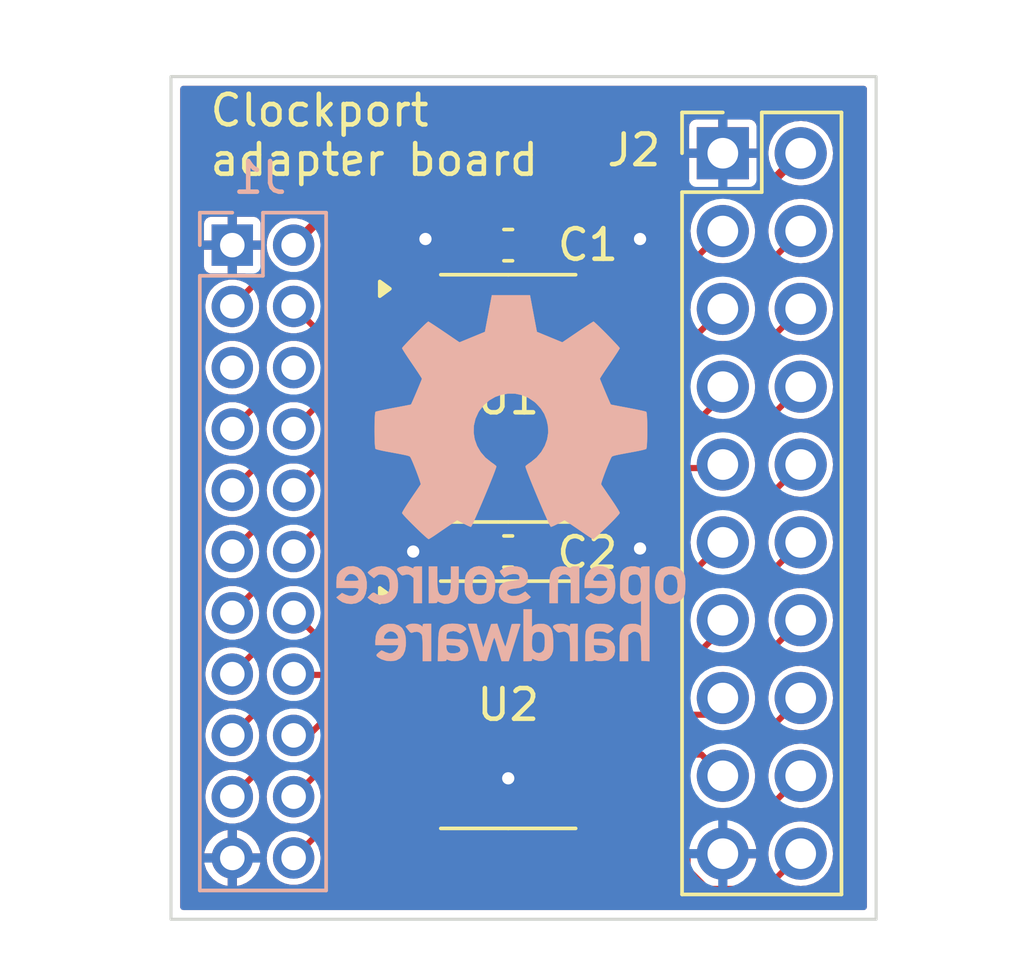
<source format=kicad_pcb>
(kicad_pcb (version 20240108) (generator "pcbnew") (generator_version "8.0")
  (layers (0 "F.Cu" signal) (31 "B.Cu" signal) (34 "B.Paste" user) (35 "F.Paste" user) (36 "B.SilkS" user "B.Silkscreen") (37 "F.SilkS" user "F.Silkscreen") (38 "B.Mask" user) (39 "F.Mask" user) (44 "Edge.Cuts" user))
  (net 0 "")
  (net 1 "GND")
  (net 2 "5V_D7")
  (net 3 "5V_D6")
  (net 4 "5V_D5")
  (net 5 "5V_D4")
  (net 6 "5V_D3")
  (net 7 "5V_D2")
  (net 8 "5V_D1")
  (net 9 "5V_D0")
  (net 10 "+5V")
  (net 12 "5V_A3")
  (net 13 "5V_INT6")
  (net 14 "5V_SPARE_CS")
  (net 15 "5V_IORD")
  (net 16 "5V_IOWR")
  (net 17 "5V_A2")
  (net 18 "5V_A1")
  (net 19 "5V_A0")
  (net 20 "5V_RESET")
  (net 22 "INT6")
  (net 23 "SPARE_CS")
  (net 24 "IORD")
  (net 25 "IOWR")
  (net 26 "A3")
  (net 27 "A2")
  (net 28 "A1")
  (net 29 "A0")
  (net 30 "D7")
  (net 31 "D6")
  (net 32 "D5")
  (net 33 "D4")
  (net 34 "D3")
  (net 35 "D2")
  (net 36 "D1")
  (net 37 "D0")
  (net 38 "RESET")
  (footprint "Capacitor_SMD:C_0603_1608Metric" (layer "F.Cu") (at 109 110 180)
    (property "Reference" "C2" (at -2.58 -0.04 0) (layer "F.SilkS"))
    (property "Value" "0.1u")
    (pad "1" smd roundrect (at -0.775 0 180) (size 0.9 0.95) (layers "F.Cu" "F.Paste" "F.Mask") (net 10 "+5V"))
    (pad "2" smd roundrect (at 0.775 0 180) (size 0.9 0.95) (layers "F.Cu" "F.Paste" "F.Mask") (net 1 "GND"))
  )
  (footprint "Connector_PinHeader_2.54mm:PinHeader_2x10_P2.54mm_Vertical" (layer "F.Cu") (at 116 97)
    (property "Reference" "J2" (at -2.9 -0.1 0) (layer "F.SilkS"))
    (property "Value" "Conn_02x10_Odd_Even")
    (pad "1" thru_hole rect (at 0 0) (size 1.7 1.7) (drill 1) (layers "*.Cu" "*.Mask") (net 1 "GND"))
    (pad "2" thru_hole oval (at 2.54 0) (size 1.7 1.7) (drill 1) (layers "*.Cu" "*.Mask") (net 10 "+5V"))
    (pad "3" thru_hole oval (at 0 2.54) (size 1.7 1.7) (drill 1) (layers "*.Cu" "*.Mask") (net 22 "INT6"))
    (pad "4" thru_hole oval (at 2.54 2.54) (size 1.7 1.7) (drill 1) (layers "*.Cu" "*.Mask") (net 23 "SPARE_CS"))
    (pad "5" thru_hole oval (at 0 5.08) (size 1.7 1.7) (drill 1) (layers "*.Cu" "*.Mask") (net 24 "IORD"))
    (pad "6" thru_hole oval (at 2.54 5.08) (size 1.7 1.7) (drill 1) (layers "*.Cu" "*.Mask") (net 25 "IOWR"))
    (pad "7" thru_hole oval (at 0 7.62) (size 1.7 1.7) (drill 1) (layers "*.Cu" "*.Mask") (net 26 "A3"))
    (pad "8" thru_hole oval (at 2.54 7.62) (size 1.7 1.7) (drill 1) (layers "*.Cu" "*.Mask") (net 27 "A2"))
    (pad "9" thru_hole oval (at 0 10.16) (size 1.7 1.7) (drill 1) (layers "*.Cu" "*.Mask") (net 28 "A1"))
    (pad "10" thru_hole oval (at 2.54 10.16) (size 1.7 1.7) (drill 1) (layers "*.Cu" "*.Mask") (net 29 "A0"))
    (pad "11" thru_hole oval (at 0 12.7) (size 1.7 1.7) (drill 1) (layers "*.Cu" "*.Mask") (net 30 "D7"))
    (pad "12" thru_hole oval (at 2.54 12.7) (size 1.7 1.7) (drill 1) (layers "*.Cu" "*.Mask") (net 31 "D6"))
    (pad "13" thru_hole oval (at 0 15.24) (size 1.7 1.7) (drill 1) (layers "*.Cu" "*.Mask") (net 32 "D5"))
    (pad "14" thru_hole oval (at 2.54 15.24) (size 1.7 1.7) (drill 1) (layers "*.Cu" "*.Mask") (net 33 "D4"))
    (pad "15" thru_hole oval (at 0 17.78) (size 1.7 1.7) (drill 1) (layers "*.Cu" "*.Mask") (net 34 "D3"))
    (pad "16" thru_hole oval (at 2.54 17.78) (size 1.7 1.7) (drill 1) (layers "*.Cu" "*.Mask") (net 35 "D2"))
    (pad "17" thru_hole oval (at 0 20.32) (size 1.7 1.7) (drill 1) (layers "*.Cu" "*.Mask") (net 36 "D1"))
    (pad "18" thru_hole oval (at 2.54 20.32) (size 1.7 1.7) (drill 1) (layers "*.Cu" "*.Mask") (net 37 "D0"))
    (pad "19" thru_hole oval (at 0 22.86) (size 1.7 1.7) (drill 1) (layers "*.Cu" "*.Mask") (net 1 "GND"))
    (pad "20" thru_hole oval (at 2.54 22.86) (size 1.7 1.7) (drill 1) (layers "*.Cu" "*.Mask") (net 38 "RESET"))
  )
  (footprint "Package_SO:TSSOP-24_4.4x7.8mm_P0.65mm" (layer "F.Cu") (at 109 115)
    (property "Reference" "U2" (at 0 0 0) (layer "F.SilkS"))
    (property "Value" "74CBTD3861")
    (pad "1" smd roundrect (at -2.8625 -3.575) (size 1.475 0.4) (layers "F.Cu" "F.Paste" "F.Mask"))
    (pad "2" smd roundrect (at -2.8625 -2.925) (size 1.475 0.4) (layers "F.Cu" "F.Paste" "F.Mask") (net 2 "5V_D7"))
    (pad "3" smd roundrect (at -2.8625 -2.275) (size 1.475 0.4) (layers "F.Cu" "F.Paste" "F.Mask") (net 3 "5V_D6"))
    (pad "4" smd roundrect (at -2.8625 -1.625) (size 1.475 0.4) (layers "F.Cu" "F.Paste" "F.Mask") (net 4 "5V_D5"))
    (pad "5" smd roundrect (at -2.8625 -0.975) (size 1.475 0.4) (layers "F.Cu" "F.Paste" "F.Mask") (net 5 "5V_D4"))
    (pad "6" smd roundrect (at -2.8625 -0.325) (size 1.475 0.4) (layers "F.Cu" "F.Paste" "F.Mask") (net 6 "5V_D3"))
    (pad "7" smd roundrect (at -2.8625 0.325) (size 1.475 0.4) (layers "F.Cu" "F.Paste" "F.Mask") (net 7 "5V_D2"))
    (pad "8" smd roundrect (at -2.8625 0.975) (size 1.475 0.4) (layers "F.Cu" "F.Paste" "F.Mask") (net 8 "5V_D1"))
    (pad "9" smd roundrect (at -2.8625 1.625) (size 1.475 0.4) (layers "F.Cu" "F.Paste" "F.Mask") (net 9 "5V_D0"))
    (pad "10" smd roundrect (at -2.8625 2.275) (size 1.475 0.4) (layers "F.Cu" "F.Paste" "F.Mask") (net 20 "5V_RESET"))
    (pad "11" smd roundrect (at -2.8625 2.925) (size 1.475 0.4) (layers "F.Cu" "F.Paste" "F.Mask"))
    (pad "12" smd roundrect (at -2.8625 3.575) (size 1.475 0.4) (layers "F.Cu" "F.Paste" "F.Mask") (net 1 "GND"))
    (pad "13" smd roundrect (at 2.8625 3.575) (size 1.475 0.4) (layers "F.Cu" "F.Paste" "F.Mask"))
    (pad "14" smd roundrect (at 2.8625 2.925) (size 1.475 0.4) (layers "F.Cu" "F.Paste" "F.Mask") (net 38 "RESET"))
    (pad "15" smd roundrect (at 2.8625 2.275) (size 1.475 0.4) (layers "F.Cu" "F.Paste" "F.Mask") (net 37 "D0"))
    (pad "16" smd roundrect (at 2.8625 1.625) (size 1.475 0.4) (layers "F.Cu" "F.Paste" "F.Mask") (net 36 "D1"))
    (pad "17" smd roundrect (at 2.8625 0.975) (size 1.475 0.4) (layers "F.Cu" "F.Paste" "F.Mask") (net 35 "D2"))
    (pad "18" smd roundrect (at 2.8625 0.325) (size 1.475 0.4) (layers "F.Cu" "F.Paste" "F.Mask") (net 34 "D3"))
    (pad "19" smd roundrect (at 2.8625 -0.325) (size 1.475 0.4) (layers "F.Cu" "F.Paste" "F.Mask") (net 33 "D4"))
    (pad "20" smd roundrect (at 2.8625 -0.975) (size 1.475 0.4) (layers "F.Cu" "F.Paste" "F.Mask") (net 32 "D5"))
    (pad "21" smd roundrect (at 2.8625 -1.625) (size 1.475 0.4) (layers "F.Cu" "F.Paste" "F.Mask") (net 31 "D6"))
    (pad "22" smd roundrect (at 2.8625 -2.275) (size 1.475 0.4) (layers "F.Cu" "F.Paste" "F.Mask") (net 30 "D7"))
    (pad "23" smd roundrect (at 2.8625 -2.925) (size 1.475 0.4) (layers "F.Cu" "F.Paste" "F.Mask") (net 1 "GND"))
    (pad "24" smd roundrect (at 2.8625 -3.575) (size 1.475 0.4) (layers "F.Cu" "F.Paste" "F.Mask") (net 10 "+5V"))
  )
  (footprint "Package_SO:TSSOP-24_4.4x7.8mm_P0.65mm" (layer "F.Cu") (at 109 105)
    (property "Reference" "U1" (at 0 0 0) (layer "F.SilkS"))
    (property "Value" "74CBTD3861")
    (pad "1" smd roundrect (at -2.8625 -3.575) (size 1.475 0.4) (layers "F.Cu" "F.Paste" "F.Mask"))
    (pad "2" smd roundrect (at -2.8625 -2.925) (size 1.475 0.4) (layers "F.Cu" "F.Paste" "F.Mask"))
    (pad "3" smd roundrect (at -2.8625 -2.275) (size 1.475 0.4) (layers "F.Cu" "F.Paste" "F.Mask") (net 13 "5V_INT6"))
    (pad "4" smd roundrect (at -2.8625 -1.625) (size 1.475 0.4) (layers "F.Cu" "F.Paste" "F.Mask") (net 14 "5V_SPARE_CS"))
    (pad "5" smd roundrect (at -2.8625 -0.975) (size 1.475 0.4) (layers "F.Cu" "F.Paste" "F.Mask") (net 15 "5V_IORD"))
    (pad "6" smd roundrect (at -2.8625 -0.325) (size 1.475 0.4) (layers "F.Cu" "F.Paste" "F.Mask") (net 16 "5V_IOWR"))
    (pad "7" smd roundrect (at -2.8625 0.325) (size 1.475 0.4) (layers "F.Cu" "F.Paste" "F.Mask") (net 12 "5V_A3"))
    (pad "8" smd roundrect (at -2.8625 0.975) (size 1.475 0.4) (layers "F.Cu" "F.Paste" "F.Mask") (net 17 "5V_A2"))
    (pad "9" smd roundrect (at -2.8625 1.625) (size 1.475 0.4) (layers "F.Cu" "F.Paste" "F.Mask") (net 18 "5V_A1"))
    (pad "10" smd roundrect (at -2.8625 2.275) (size 1.475 0.4) (layers "F.Cu" "F.Paste" "F.Mask") (net 19 "5V_A0"))
    (pad "11" smd roundrect (at -2.8625 2.925) (size 1.475 0.4) (layers "F.Cu" "F.Paste" "F.Mask"))
    (pad "12" smd roundrect (at -2.8625 3.575) (size 1.475 0.4) (layers "F.Cu" "F.Paste" "F.Mask") (net 1 "GND"))
    (pad "13" smd roundrect (at 2.8625 3.575) (size 1.475 0.4) (layers "F.Cu" "F.Paste" "F.Mask"))
    (pad "14" smd roundrect (at 2.8625 2.925) (size 1.475 0.4) (layers "F.Cu" "F.Paste" "F.Mask") (net 29 "A0"))
    (pad "15" smd roundrect (at 2.8625 2.275) (size 1.475 0.4) (layers "F.Cu" "F.Paste" "F.Mask") (net 28 "A1"))
    (pad "16" smd roundrect (at 2.8625 1.625) (size 1.475 0.4) (layers "F.Cu" "F.Paste" "F.Mask") (net 27 "A2"))
    (pad "17" smd roundrect (at 2.8625 0.975) (size 1.475 0.4) (layers "F.Cu" "F.Paste" "F.Mask") (net 26 "A3"))
    (pad "18" smd roundrect (at 2.8625 0.325) (size 1.475 0.4) (layers "F.Cu" "F.Paste" "F.Mask") (net 25 "IOWR"))
    (pad "19" smd roundrect (at 2.8625 -0.325) (size 1.475 0.4) (layers "F.Cu" "F.Paste" "F.Mask") (net 24 "IORD"))
    (pad "20" smd roundrect (at 2.8625 -0.975) (size 1.475 0.4) (layers "F.Cu" "F.Paste" "F.Mask") (net 23 "SPARE_CS"))
    (pad "21" smd roundrect (at 2.8625 -1.625) (size 1.475 0.4) (layers "F.Cu" "F.Paste" "F.Mask") (net 22 "INT6"))
    (pad "22" smd roundrect (at 2.8625 -2.275) (size 1.475 0.4) (layers "F.Cu" "F.Paste" "F.Mask"))
    (pad "23" smd roundrect (at 2.8625 -2.925) (size 1.475 0.4) (layers "F.Cu" "F.Paste" "F.Mask") (net 1 "GND"))
    (pad "24" smd roundrect (at 2.8625 -3.575) (size 1.475 0.4) (layers "F.Cu" "F.Paste" "F.Mask") (net 10 "+5V"))
  )
  (footprint "Capacitor_SMD:C_0603_1608Metric" (layer "F.Cu") (at 109 100 180)
    (property "Reference" "C1" (at -2.6 0.01 0) (layer "F.SilkS"))
    (property "Value" "0.1u")
    (pad "1" smd roundrect (at -0.775 0 180) (size 0.9 0.95) (layers "F.Cu" "F.Paste" "F.Mask") (net 10 "+5V"))
    (pad "2" smd roundrect (at 0.775 0 180) (size 0.9 0.95) (layers "F.Cu" "F.Paste" "F.Mask") (net 1 "GND"))
  )
  (footprint "Symbol:OSHW-Logo_11.4x12mm_SilkScreen" (layer "B.Cu") (at 109.1 107.6 180)
    (property "Reference" "REF**" (hide yes))
    (property "Value" "OSHW-Logo_11.4x12mm_SilkScreen" (hide yes))
  )
  (footprint "Connector_PinSocket_2.00mm:PinSocket_2x11_P2.00mm_Vertical" (layer "B.Cu") (at 100 100 180)
    (property "Reference" "J1" (at -0.9 2.2 0) (layer "B.SilkS") (effects (justify mirror)))
    (property "Value" "Conn_02x11_Odd_Even")
    (pad "1" thru_hole rect (at 0 0 180) (size 1.35 1.35) (drill 0.8) (layers "*.Cu" "*.Mask") (net 1 "GND"))
    (pad "2" thru_hole oval (at -2 0 180) (size 1.35 1.35) (drill 0.8) (layers "*.Cu" "*.Mask") (net 10 "+5V"))
    (pad "3" thru_hole oval (at 0 -2 180) (size 1.35 1.35) (drill 0.8) (layers "*.Cu" "*.Mask") (net 13 "5V_INT6"))
    (pad "4" thru_hole oval (at -2 -2 180) (size 1.35 1.35) (drill 0.8) (layers "*.Cu" "*.Mask") (net 14 "5V_SPARE_CS"))
    (pad "5" thru_hole oval (at 0 -4 180) (size 1.35 1.35) (drill 0.8) (layers "*.Cu" "*.Mask"))
    (pad "6" thru_hole oval (at -2 -4 180) (size 1.35 1.35) (drill 0.8) (layers "*.Cu" "*.Mask"))
    (pad "7" thru_hole oval (at 0 -6 180) (size 1.35 1.35) (drill 0.8) (layers "*.Cu" "*.Mask") (net 15 "5V_IORD"))
    (pad "8" thru_hole oval (at -2 -6 180) (size 1.35 1.35) (drill 0.8) (layers "*.Cu" "*.Mask") (net 16 "5V_IOWR"))
    (pad "9" thru_hole oval (at 0 -8 180) (size 1.35 1.35) (drill 0.8) (layers "*.Cu" "*.Mask") (net 12 "5V_A3"))
    (pad "10" thru_hole oval (at -2 -8 180) (size 1.35 1.35) (drill 0.8) (layers "*.Cu" "*.Mask") (net 17 "5V_A2"))
    (pad "11" thru_hole oval (at 0 -10 180) (size 1.35 1.35) (drill 0.8) (layers "*.Cu" "*.Mask") (net 18 "5V_A1"))
    (pad "12" thru_hole oval (at -2 -10 180) (size 1.35 1.35) (drill 0.8) (layers "*.Cu" "*.Mask") (net 19 "5V_A0"))
    (pad "13" thru_hole oval (at 0 -12 180) (size 1.35 1.35) (drill 0.8) (layers "*.Cu" "*.Mask") (net 2 "5V_D7"))
    (pad "14" thru_hole oval (at -2 -12 180) (size 1.35 1.35) (drill 0.8) (layers "*.Cu" "*.Mask") (net 3 "5V_D6"))
    (pad "15" thru_hole oval (at 0 -14 180) (size 1.35 1.35) (drill 0.8) (layers "*.Cu" "*.Mask") (net 4 "5V_D5"))
    (pad "16" thru_hole oval (at -2 -14 180) (size 1.35 1.35) (drill 0.8) (layers "*.Cu" "*.Mask") (net 5 "5V_D4"))
    (pad "17" thru_hole oval (at 0 -16 180) (size 1.35 1.35) (drill 0.8) (layers "*.Cu" "*.Mask") (net 6 "5V_D3"))
    (pad "18" thru_hole oval (at -2 -16 180) (size 1.35 1.35) (drill 0.8) (layers "*.Cu" "*.Mask") (net 7 "5V_D2"))
    (pad "19" thru_hole oval (at 0 -18 180) (size 1.35 1.35) (drill 0.8) (layers "*.Cu" "*.Mask") (net 8 "5V_D1"))
    (pad "20" thru_hole oval (at -2 -18 180) (size 1.35 1.35) (drill 0.8) (layers "*.Cu" "*.Mask") (net 9 "5V_D0"))
    (pad "21" thru_hole oval (at 0 -20 180) (size 1.35 1.35) (drill 0.8) (layers "*.Cu" "*.Mask") (net 1 "GND"))
    (pad "22" thru_hole oval (at -2 -20 180) (size 1.35 1.35) (drill 0.8) (layers "*.Cu" "*.Mask") (net 20 "5V_RESET"))
  )
  (gr_poly (pts (xy 98 94.5) (xy 121 94.5) (xy 121 122) (xy 98 122)) (stroke (width 0.1)) (fill none) (layer "Edge.Cuts"))
  (gr_text "Clockport\nadapter board" (at 99.2 97.8 0) (layer "F.SilkS") (effects (font (size 1 1)) (justify left bottom)))
  (via (at 113.3 109.9) (size 0.8) (drill 0.4) (layers "F.Cu" "B.Cu") (net 1))
  (via (at 105.9 110) (size 0.8) (drill 0.4) (layers "F.Cu" "B.Cu") (net 1))
  (via (at 113.3 99.8) (size 0.8) (drill 0.4) (layers "F.Cu" "B.Cu") (net 1))
  (via (at 109 117.4) (size 0.8) (drill 0.4) (layers "F.Cu" "B.Cu") (net 1))
  (via (at 106.3 99.8) (size 0.8) (drill 0.4) (layers "F.Cu" "B.Cu") (net 1))
  (segment (start 103.453859 112.075) (end 102.403859 111.025) (width 0.2) (layer "F.Cu") (net 2))
  (segment (start 106.062 112.075) (end 103.453859 112.075) (width 0.2) (layer "F.Cu") (net 2))
  (segment (start 102.403859 111.025) (end 100.975 111.025) (width 0.2) (layer "F.Cu") (net 2))
  (segment (start 100.975 111.025) (end 100 112) (width 0.2) (layer "F.Cu") (net 2))
  (segment (start 102.725 112.725) (end 102 112) (width 0.2) (layer "F.Cu") (net 3))
  (segment (start 106.062 112.725) (end 102.725 112.725) (width 0.2) (layer "F.Cu") (net 3))
  (segment (start 100.975 113.025) (end 100 114) (width 0.2) (layer "F.Cu") (net 4))
  (segment (start 102.753859 113.375) (end 102.403859 113.025) (width 0.2) (layer "F.Cu") (net 4))
  (segment (start 106.062 113.375) (end 102.753859 113.375) (width 0.2) (layer "F.Cu") (net 4))
  (segment (start 102.403859 113.025) (end 100.975 113.025) (width 0.2) (layer "F.Cu") (net 4))
  (segment (start 102.025 114.025) (end 102 114) (width 0.2) (layer "F.Cu") (net 5))
  (segment (start 106.062 114.025) (end 102.025 114.025) (width 0.2) (layer "F.Cu") (net 5))
  (segment (start 103.135 114.675) (end 102.785 115.025) (width 0.2) (layer "F.Cu") (net 6))
  (segment (start 106.062 114.675) (end 103.135 114.675) (width 0.2) (layer "F.Cu") (net 6))
  (segment (start 100.975 115.025) (end 100 116) (width 0.2) (layer "F.Cu") (net 6))
  (segment (start 102.785 115.025) (end 100.975 115.025) (width 0.2) (layer "F.Cu") (net 6))
  (segment (start 102.49 116) (end 102 116) (width 0.2) (layer "F.Cu") (net 7))
  (segment (start 103.165 115.325) (end 102.49 116) (width 0.2) (layer "F.Cu") (net 7))
  (segment (start 106.062 115.325) (end 103.165 115.325) (width 0.2) (layer "F.Cu") (net 7))
  (segment (start 106.062 115.975) (end 103.403859 115.975) (width 0.2) (layer "F.Cu") (net 8))
  (segment (start 100.975 117.025) (end 100 118) (width 0.2) (layer "F.Cu") (net 8))
  (segment (start 103.403859 115.975) (end 102.353859 117.025) (width 0.2) (layer "F.Cu") (net 8))
  (segment (start 102.353859 117.025) (end 100.975 117.025) (width 0.2) (layer "F.Cu") (net 8))
  (segment (start 103.375 116.625) (end 102 118) (width 0.2) (layer "F.Cu") (net 9))
  (segment (start 106.062 116.625) (end 103.375 116.625) (width 0.2) (layer "F.Cu") (net 9))
  (segment (start 109.775 100) (end 109.13 100.645) (width 0.3) (layer "F.Cu") (net 10))
  (segment (start 109.13 100.645) (end 109.13 109.355) (width 0.3) (layer "F.Cu") (net 10))
  (segment (start 109.8 98.3) (end 103.7 98.3) (width 0.3) (layer "F.Cu") (net 10))
  (segment (start 109.13 109.355) (end 109.775 110) (width 0.3) (layer "F.Cu") (net 10))
  (segment (start 111.938 101.425) (end 111.2 101.425) (width 0.3) (layer "F.Cu") (net 10))
  (segment (start 111.2 111.425) (end 109.775 110) (width 0.3) (layer "F.Cu") (net 10))
  (segment (start 117.24 98.3) (end 109.8 98.3) (width 0.3) (layer "F.Cu") (net 10))
  (segment (start 109.775 100) (end 109.77 99.995) (width 0.3) (layer "F.Cu") (net 10))
  (segment (start 118.54 97) (end 117.24 98.3) (width 0.3) (layer "F.Cu") (net 10))
  (segment (start 109.77 98.33) (end 109.8 98.3) (width 0.3) (layer "F.Cu") (net 10))
  (segment (start 111.938 111.425) (end 111.2 111.425) (width 0.3) (layer "F.Cu") (net 10))
  (segment (start 109.77 99.995) (end 109.77 98.33) (width 0.3) (layer "F.Cu") (net 10))
  (segment (start 103.7 98.3) (end 102 100) (width 0.3) (layer "F.Cu") (net 10))
  (segment (start 111.2 101.425) (end 109.775 100) (width 0.3) (layer "F.Cu") (net 10))
  (segment (start 102.975 106.395) (end 104.045 105.325) (width 0.2) (layer "F.Cu") (net 12))
  (segment (start 100.975 107.025) (end 102.353859 107.025) (width 0.2) (layer "F.Cu") (net 12))
  (segment (start 102.353859 107.025) (end 102.975 106.403859) (width 0.2) (layer "F.Cu") (net 12))
  (segment (start 104.045 105.325) (end 106.062 105.325) (width 0.2) (layer "F.Cu") (net 12))
  (segment (start 102.975 106.403859) (end 102.975 106.395) (width 0.2) (layer "F.Cu") (net 12))
  (segment (start 100 108) (end 100.975 107.025) (width 0.2) (layer "F.Cu") (net 12))
  (segment (start 100.975 101.025) (end 100 102) (width 0.2) (layer "F.Cu") (net 13))
  (segment (start 106.062 102.725) (end 104.103859 102.725) (width 0.2) (layer "F.Cu") (net 13))
  (segment (start 102.403859 101.025) (end 100.975 101.025) (width 0.2) (layer "F.Cu") (net 13))
  (segment (start 104.103859 102.725) (end 102.403859 101.025) (width 0.2) (layer "F.Cu") (net 13))
  (segment (start 106.062 103.375) (end 103.375 103.375) (width 0.2) (layer "F.Cu") (net 14))
  (segment (start 103.375 103.375) (end 102 102) (width 0.2) (layer "F.Cu") (net 14))
  (segment (start 103.353859 104.025) (end 102.353859 105.025) (width 0.2) (layer "F.Cu") (net 15))
  (segment (start 102.353859 105.025) (end 100.975 105.025) (width 0.2) (layer "F.Cu") (net 15))
  (segment (start 106.062 104.025) (end 103.353859 104.025) (width 0.2) (layer "F.Cu") (net 15))
  (segment (start 100.975 105.025) (end 100 106) (width 0.2) (layer "F.Cu") (net 15))
  (segment (start 103.325 104.675) (end 102 106) (width 0.2) (layer "F.Cu") (net 16))
  (segment (start 106.062 104.675) (end 103.325 104.675) (width 0.2) (layer "F.Cu") (net 16))
  (segment (start 106.062 105.975) (end 104.025 105.975) (width 0.2) (layer "F.Cu") (net 17))
  (segment (start 104.025 105.975) (end 102 108) (width 0.2) (layer "F.Cu") (net 17))
  (segment (start 102.353859 109.025) (end 100.975 109.025) (width 0.2) (layer "F.Cu") (net 18))
  (segment (start 106.062 106.625) (end 104.753859 106.625) (width 0.2) (layer "F.Cu") (net 18))
  (segment (start 104.753859 106.625) (end 102.353859 109.025) (width 0.2) (layer "F.Cu") (net 18))
  (segment (start 100.975 109.025) (end 100 110) (width 0.2) (layer "F.Cu") (net 18))
  (segment (start 106.062 107.275) (end 104.725 107.275) (width 0.2) (layer "F.Cu") (net 19))
  (segment (start 104.725 107.275) (end 102 110) (width 0.2) (layer "F.Cu") (net 19))
  (segment (start 106.062 117.275) (end 104.725 117.275) (width 0.2) (layer "F.Cu") (net 20))
  (segment (start 104.725 117.275) (end 102 120) (width 0.2) (layer "F.Cu") (net 20))
  (segment (start 114.45 101.09) (end 116 99.54) (width 0.2) (layer "F.Cu") (net 22))
  (segment (start 112.8755 103.375) (end 114.45 101.8005) (width 0.2) (layer "F.Cu") (net 22))
  (segment (start 114.45 101.8005) (end 114.45 101.09) (width 0.2) (layer "F.Cu") (net 22))
  (segment (start 111.938 103.375) (end 112.8755 103.375) (width 0.2) (layer "F.Cu") (net 22))
  (segment (start 117.39 100.69) (end 118.54 99.54) (width 0.2) (layer "F.Cu") (net 23))
  (segment (start 112.8755 104.025) (end 114.85 102.0505) (width 0.2) (layer "F.Cu") (net 23))
  (segment (start 111.938 104.025) (end 112.8755 104.025) (width 0.2) (layer "F.Cu") (net 23))
  (segment (start 115.763654 100.69) (end 117.39 100.69) (width 0.2) (layer "F.Cu") (net 23))
  (segment (start 114.85 101.603654) (end 115.763654 100.69) (width 0.2) (layer "F.Cu") (net 23))
  (segment (start 114.85 102.0505) (end 114.85 101.603654) (width 0.2) (layer "F.Cu") (net 23))
  (segment (start 113.405 104.675) (end 116 102.08) (width 0.2) (layer "F.Cu") (net 24))
  (segment (start 111.938 104.675) (end 113.405 104.675) (width 0.2) (layer "F.Cu") (net 24))
  (segment (start 111.938 105.325) (end 113.668654 105.325) (width 0.2) (layer "F.Cu") (net 25))
  (segment (start 117.39 103.23) (end 118.54 102.08) (width 0.2) (layer "F.Cu") (net 25))
  (segment (start 113.668654 105.325) (end 115.763654 103.23) (width 0.2) (layer "F.Cu") (net 25))
  (segment (start 115.763654 103.23) (end 117.39 103.23) (width 0.2) (layer "F.Cu") (net 25))
  (segment (start 114.939314 105.975) (end 116 104.914314) (width 0.2) (layer "F.Cu") (net 26))
  (segment (start 116 104.914314) (end 116 104.62) (width 0.2) (layer "F.Cu") (net 26))
  (segment (start 111.938 105.975) (end 114.939314 105.975) (width 0.2) (layer "F.Cu") (net 26))
  (segment (start 114.855 106.625) (end 111.938 106.625) (width 0.2) (layer "F.Cu") (net 27))
  (segment (start 117.15 106.01) (end 115.47 106.01) (width 0.2) (layer "F.Cu") (net 27))
  (segment (start 118.54 104.62) (end 117.15 106.01) (width 0.2) (layer "F.Cu") (net 27))
  (segment (start 115.47 106.01) (end 114.855 106.625) (width 0.2) (layer "F.Cu") (net 27))
  (segment (start 115.885 107.275) (end 116 107.16) (width 0.2) (layer "F.Cu") (net 28))
  (segment (start 111.938 107.275) (end 115.885 107.275) (width 0.2) (layer "F.Cu") (net 28))
  (segment (start 113.2605 108.31) (end 112.8755 107.925) (width 0.2) (layer "F.Cu") (net 29))
  (segment (start 117.39 108.31) (end 113.2605 108.31) (width 0.2) (layer "F.Cu") (net 29))
  (segment (start 118.54 107.16) (end 117.39 108.31) (width 0.2) (layer "F.Cu") (net 29))
  (segment (start 112.8755 107.925) (end 111.938 107.925) (width 0.2) (layer "F.Cu") (net 29))
  (segment (start 111.993 112.67) (end 113.03 112.67) (width 0.2) (layer "F.Cu") (net 30))
  (segment (start 113.03 112.67) (end 116 109.7) (width 0.2) (layer "F.Cu") (net 30))
  (segment (start 111.938 112.725) (end 111.993 112.67) (width 0.2) (layer "F.Cu") (net 30))
  (segment (start 113.238654 113.375) (end 115.743654 110.87) (width 0.2) (layer "F.Cu") (net 31))
  (segment (start 117.37 110.87) (end 118.54 109.7) (width 0.2) (layer "F.Cu") (net 31))
  (segment (start 115.743654 110.87) (end 117.37 110.87) (width 0.2) (layer "F.Cu") (net 31))
  (segment (start 111.938 113.375) (end 113.238654 113.375) (width 0.2) (layer "F.Cu") (net 31))
  (segment (start 116 112.24) (end 116 112.514314) (width 0.2) (layer "F.Cu") (net 32))
  (segment (start 116 112.514314) (end 114.489314 114.025) (width 0.2) (layer "F.Cu") (net 32))
  (segment (start 114.489314 114.025) (end 111.938 114.025) (width 0.2) (layer "F.Cu") (net 32))
  (segment (start 114.405 114.675) (end 111.938 114.675) (width 0.2) (layer "F.Cu") (net 33))
  (segment (start 117.15 113.63) (end 115.45 113.63) (width 0.2) (layer "F.Cu") (net 33))
  (segment (start 115.45 113.63) (end 114.405 114.675) (width 0.2) (layer "F.Cu") (net 33))
  (segment (start 118.54 112.24) (end 117.15 113.63) (width 0.2) (layer "F.Cu") (net 33))
  (segment (start 116 114.78) (end 115.455 115.325) (width 0.2) (layer "F.Cu") (net 34))
  (segment (start 115.455 115.325) (end 111.938 115.325) (width 0.2) (layer "F.Cu") (net 34))
  (segment (start 118.54 114.78) (end 117.345 115.975) (width 0.2) (layer "F.Cu") (net 35))
  (segment (start 117.345 115.975) (end 111.938 115.975) (width 0.2) (layer "F.Cu") (net 35))
  (segment (start 115.305 116.625) (end 111.938 116.625) (width 0.2) (layer "F.Cu") (net 36))
  (segment (start 116 117.32) (end 115.305 116.625) (width 0.2) (layer "F.Cu") (net 36))
  (segment (start 117.39 118.47) (end 115.29 118.47) (width 0.2) (layer "F.Cu") (net 37))
  (segment (start 118.54 117.32) (end 117.39 118.47) (width 0.2) (layer "F.Cu") (net 37))
  (segment (start 115.29 118.47) (end 114.095 117.275) (width 0.2) (layer "F.Cu") (net 37))
  (segment (start 114.095 117.275) (end 111.938 117.275) (width 0.2) (layer "F.Cu") (net 37))
  (segment (start 117.39 121.01) (end 118.54 119.86) (width 0.2) (layer "F.Cu") (net 38))
  (segment (start 112.8755 117.925) (end 114.85 119.8995) (width 0.2) (layer "F.Cu") (net 38))
  (segment (start 111.938 117.925) (end 112.8755 117.925) (width 0.2) (layer "F.Cu") (net 38))
  (segment (start 114.85 119.8995) (end 114.85 120.36) (width 0.2) (layer "F.Cu") (net 38))
  (segment (start 114.85 120.36) (end 115.5 121.01) (width 0.2) (layer "F.Cu") (net 38))
  (segment (start 115.5 121.01) (end 117.39 121.01) (width 0.2) (layer "F.Cu") (net 38))
  (zone (net 1) (net_name "GND") (layers "F&B.Cu") (connect_pads (clearance 0.2)) (min_thickness 0.2) (fill yes (thermal_gap 0.25) (thermal_bridge_width 0.3))
    (polygon (pts (xy 95 92) (xy 123 92) (xy 123 124) (xy 95 124)))
  )
)
</source>
